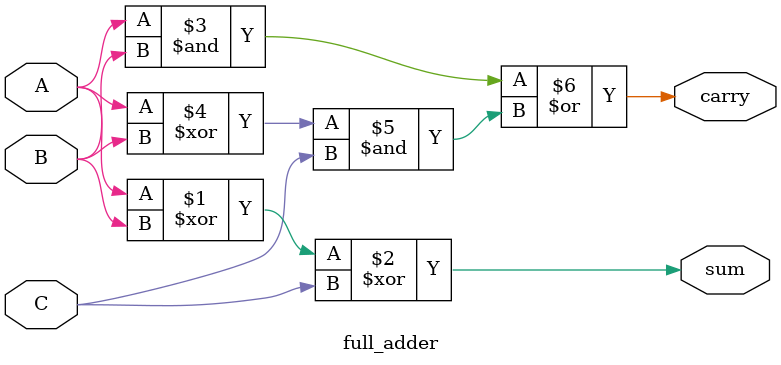
<source format=v>
`timescale 1ns / 1ps
module full_adder( input A,
		input B,
		input C,
		output sum,
		output carry
    );
	 assign sum = A ^ B ^ C;
	 assign carry = (A & B) | ((A^B) & C);


endmodule

</source>
